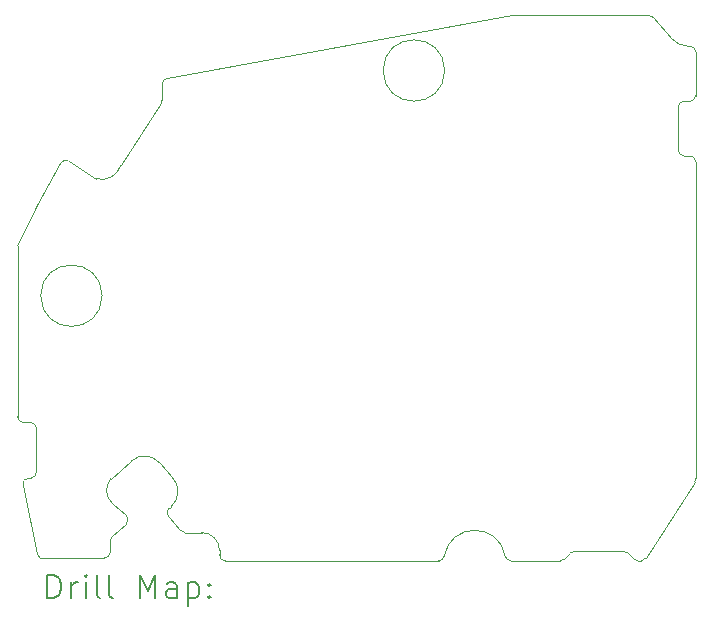
<source format=gbr>
%FSLAX45Y45*%
G04 Gerber Fmt 4.5, Leading zero omitted, Abs format (unit mm)*
G04 Created by KiCad (PCBNEW (6.0.6)) date 2023-05-08 04:55:53*
%MOMM*%
%LPD*%
G01*
G04 APERTURE LIST*
%TA.AperFunction,Profile*%
%ADD10C,0.100000*%
%TD*%
%ADD11C,0.200000*%
G04 APERTURE END LIST*
D10*
X13070861Y-11517400D02*
X13048261Y-11537100D01*
X12734378Y-11130580D02*
X12560778Y-11281480D01*
X17025691Y-11976646D02*
X17050191Y-11976646D01*
X17153052Y-7375216D02*
X17313769Y-7558766D01*
X17092250Y-11953684D02*
X17503952Y-11306499D01*
X13150313Y-11719923D02*
G75*
G03*
X13188317Y-11737082I37917J33313D01*
G01*
X12486759Y-9732164D02*
G75*
G03*
X12486759Y-9732164I-260000J0D01*
G01*
X11935249Y-11916420D02*
G75*
G03*
X11958759Y-11948963I49091J10701D01*
G01*
X15950870Y-11976646D02*
X16364270Y-11976646D01*
X16939636Y-11911301D02*
X16990336Y-11962001D01*
X13070856Y-11517394D02*
G75*
G03*
X13079196Y-11268221I-111396J128454D01*
G01*
X12135224Y-8612044D02*
G75*
G03*
X11771050Y-9310321I7814486J-4519616D01*
G01*
X12995467Y-8071761D02*
X12995467Y-7940761D01*
X13048258Y-11537097D02*
G75*
G03*
X13052916Y-11607921I37742J-33083D01*
G01*
X13480918Y-11887082D02*
G75*
G03*
X13330917Y-11737082I-149998J2D01*
G01*
X17462052Y-8087222D02*
G75*
G03*
X17512052Y-8037216I-2J50002D01*
G01*
X11881052Y-11275222D02*
G75*
G03*
X11931052Y-11225216I-2J50002D01*
G01*
X17153054Y-7375214D02*
G75*
G03*
X17115300Y-7358000I-37764J-32816D01*
G01*
X15954000Y-7358000D02*
X17115300Y-7358000D01*
X17512052Y-7667216D02*
X17512052Y-8037216D01*
X16485681Y-11896657D02*
X16904281Y-11896657D01*
X12207459Y-8592685D02*
G75*
G03*
X12135224Y-8612044I-27599J-41465D01*
G01*
X12987254Y-8099221D02*
G75*
G03*
X12995467Y-8071761I-41805J27461D01*
G01*
X12556759Y-11803463D02*
X12556759Y-11902163D01*
X13188317Y-11737082D02*
X13330917Y-11737082D01*
X17512054Y-7667216D02*
G75*
G03*
X17462052Y-7617216I-50004J-4D01*
G01*
X11865052Y-11275216D02*
X11881052Y-11275216D01*
X17412052Y-8547216D02*
X17462052Y-8547216D01*
X17050191Y-11976641D02*
G75*
G03*
X17092250Y-11953684I19J49971D01*
G01*
X17503953Y-11306500D02*
G75*
G03*
X17512052Y-11279216I-41863J27270D01*
G01*
X13150316Y-11719921D02*
X13052916Y-11607921D01*
X13480917Y-11927082D02*
X13480917Y-11887082D01*
X15386759Y-7825163D02*
G75*
G03*
X15386759Y-7825163I-260000J0D01*
G01*
X15898654Y-11937126D02*
G75*
G03*
X15384309Y-11935472I-257309J-41517D01*
G01*
X12560775Y-11281476D02*
G75*
G03*
X12575316Y-11492851I113145J-98404D01*
G01*
X13530917Y-11977082D02*
X15335017Y-11977082D01*
X13480918Y-11927082D02*
G75*
G03*
X13530917Y-11977082I50002J2D01*
G01*
X17512052Y-8597216D02*
X17512052Y-11279216D01*
X17462052Y-8087216D02*
X17412052Y-8087216D01*
X12573540Y-11766093D02*
G75*
G03*
X12556759Y-11803463I33190J-37357D01*
G01*
X12987252Y-8099219D02*
X12645252Y-8625820D01*
X11881052Y-10805216D02*
X11821050Y-10805021D01*
X13036900Y-7891500D02*
X15954000Y-7358000D01*
X12573541Y-11766093D02*
X12693241Y-11661993D01*
X16399625Y-11962001D02*
X16450325Y-11911301D01*
X16990336Y-11962001D02*
G75*
G03*
X17025691Y-11976646I35354J35351D01*
G01*
X12506759Y-11952159D02*
G75*
G03*
X12556759Y-11902163I1J49999D01*
G01*
X16939636Y-11911301D02*
G75*
G03*
X16904281Y-11896657I-35356J-35359D01*
G01*
X12974196Y-11147521D02*
X13079196Y-11268221D01*
X17362054Y-8497216D02*
G75*
G03*
X17412052Y-8547216I49996J-4D01*
G01*
X11958759Y-11948963D02*
X12070259Y-11952163D01*
X12575316Y-11492851D02*
X12688516Y-11591251D01*
X17442252Y-7617216D02*
X17462052Y-7617216D01*
X11931052Y-10855216D02*
X11931052Y-11225216D01*
X12693236Y-11661989D02*
G75*
G03*
X12688516Y-11591251I-37726J33009D01*
G01*
X17412052Y-8087222D02*
G75*
G03*
X17362052Y-8137216I-2J-49998D01*
G01*
X15335017Y-11977081D02*
G75*
G03*
X15384309Y-11935472I-18J50021D01*
G01*
X15898659Y-11937125D02*
G75*
G03*
X15950870Y-11976646I49121J10645D01*
G01*
X11931054Y-10855216D02*
G75*
G03*
X11881052Y-10805216I-50004J-4D01*
G01*
X12070259Y-11952163D02*
X12506759Y-11952163D01*
X16364270Y-11976647D02*
G75*
G03*
X16399625Y-11962001I0J49997D01*
G01*
X11865052Y-11275213D02*
G75*
G03*
X11816146Y-11335621I8J-50007D01*
G01*
X11771050Y-9310321D02*
X11771050Y-10755021D01*
X17362052Y-8137216D02*
X17362052Y-8497216D01*
X17313768Y-7558766D02*
G75*
G03*
X17442252Y-7617216I128222J111416D01*
G01*
X16485681Y-11896658D02*
G75*
G03*
X16450325Y-11911301I-1J-50002D01*
G01*
X12436456Y-8741390D02*
X12207456Y-8592690D01*
X12974200Y-11147518D02*
G75*
G03*
X12734378Y-11130580I-128380J-111442D01*
G01*
X17512054Y-8597216D02*
G75*
G03*
X17462052Y-8547216I-50004J-4D01*
G01*
X11771049Y-10755021D02*
G75*
G03*
X11821050Y-10805021I50001J1D01*
G01*
X13036901Y-7891508D02*
G75*
G03*
X12995467Y-7940761I8579J-49272D01*
G01*
X12436455Y-8741391D02*
G75*
G03*
X12645252Y-8625820I46615J162181D01*
G01*
X11816146Y-11335621D02*
X11935246Y-11916421D01*
D11*
X12023669Y-12292558D02*
X12023669Y-12092558D01*
X12071288Y-12092558D01*
X12099859Y-12102082D01*
X12118907Y-12121130D01*
X12128430Y-12140177D01*
X12137954Y-12178272D01*
X12137954Y-12206844D01*
X12128430Y-12244939D01*
X12118907Y-12263987D01*
X12099859Y-12283034D01*
X12071288Y-12292558D01*
X12023669Y-12292558D01*
X12223669Y-12292558D02*
X12223669Y-12159225D01*
X12223669Y-12197320D02*
X12233192Y-12178272D01*
X12242716Y-12168749D01*
X12261764Y-12159225D01*
X12280811Y-12159225D01*
X12347478Y-12292558D02*
X12347478Y-12159225D01*
X12347478Y-12092558D02*
X12337954Y-12102082D01*
X12347478Y-12111606D01*
X12357002Y-12102082D01*
X12347478Y-12092558D01*
X12347478Y-12111606D01*
X12471288Y-12292558D02*
X12452240Y-12283034D01*
X12442716Y-12263987D01*
X12442716Y-12092558D01*
X12576050Y-12292558D02*
X12557002Y-12283034D01*
X12547478Y-12263987D01*
X12547478Y-12092558D01*
X12804621Y-12292558D02*
X12804621Y-12092558D01*
X12871288Y-12235415D01*
X12937954Y-12092558D01*
X12937954Y-12292558D01*
X13118907Y-12292558D02*
X13118907Y-12187796D01*
X13109383Y-12168749D01*
X13090335Y-12159225D01*
X13052240Y-12159225D01*
X13033192Y-12168749D01*
X13118907Y-12283034D02*
X13099859Y-12292558D01*
X13052240Y-12292558D01*
X13033192Y-12283034D01*
X13023669Y-12263987D01*
X13023669Y-12244939D01*
X13033192Y-12225892D01*
X13052240Y-12216368D01*
X13099859Y-12216368D01*
X13118907Y-12206844D01*
X13214145Y-12159225D02*
X13214145Y-12359225D01*
X13214145Y-12168749D02*
X13233192Y-12159225D01*
X13271288Y-12159225D01*
X13290335Y-12168749D01*
X13299859Y-12178272D01*
X13309383Y-12197320D01*
X13309383Y-12254463D01*
X13299859Y-12273511D01*
X13290335Y-12283034D01*
X13271288Y-12292558D01*
X13233192Y-12292558D01*
X13214145Y-12283034D01*
X13395097Y-12273511D02*
X13404621Y-12283034D01*
X13395097Y-12292558D01*
X13385573Y-12283034D01*
X13395097Y-12273511D01*
X13395097Y-12292558D01*
X13395097Y-12168749D02*
X13404621Y-12178272D01*
X13395097Y-12187796D01*
X13385573Y-12178272D01*
X13395097Y-12168749D01*
X13395097Y-12187796D01*
M02*

</source>
